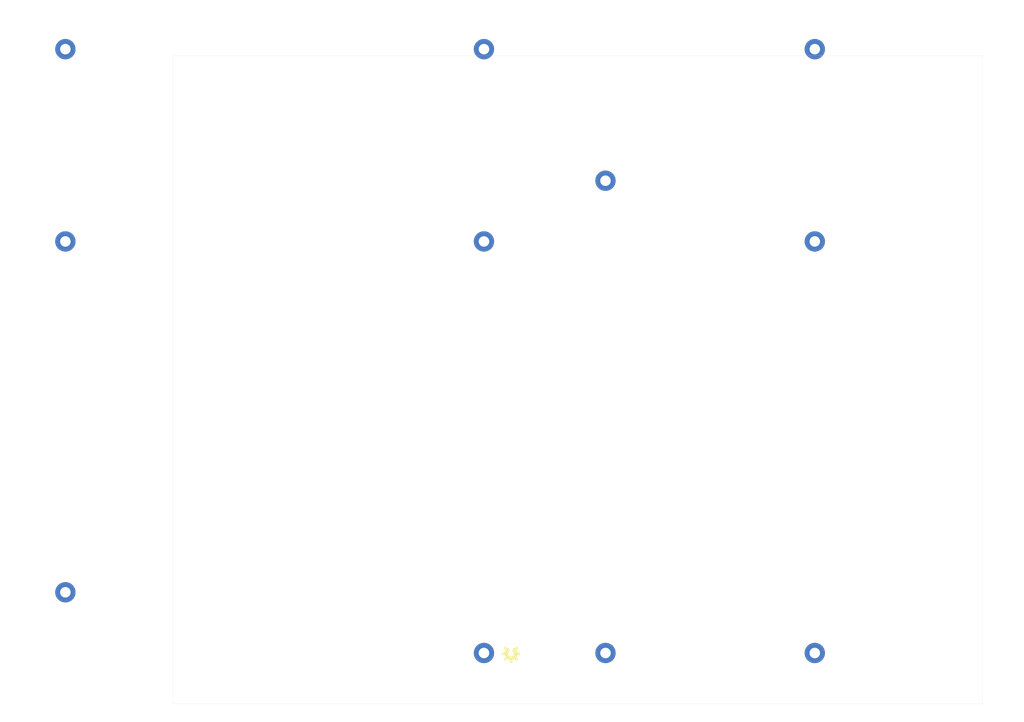
<source format=kicad_pcb>
(kicad_pcb (version 20240108) (generator "pcbnew") (generator_version "8.0")
  (layers (0 "F.Cu" signal) (1 "In1.Cu" signal) (2 "In2.Cu" signal) (31 "B.Cu" signal) (34 "B.Paste" user) (35 "F.Paste" user) (36 "B.SilkS" user "B.Silkscreen") (37 "F.SilkS" user "F.Silkscreen") (38 "B.Mask" user) (39 "F.Mask" user) (44 "Edge.Cuts" user))
  (net 0 "")
  (footprint "Aesthetics:OSHW-LOGO-L" (layer "F.Cu") (at 373.22 315.074 180)
    (property "Reference" "" (at 0 0 360) (layer "F.SilkS") (effects (font (size 1.524 1.524))))
    (property "Value" "" (at 0 0 360) (layer "F.SilkS") (effects (font (size 1.524 1.524))))
    (fp_poly (pts (xy 0.91948 2.2225) (xy 1.09982 2.13868) (xy 1.27508 2.03962) (xy 2.15392 2.7559) (xy 2.7559 2.15392) (xy 2.03962 1.27508) (xy 2.16662 1.0414) (xy 2.26822 0.79502) (xy 2.34442 0.54102) (xy 3.47218 0.42418) (xy 3.47218 -0.42418) (xy 2.34442 -0.54102) (xy 2.26822 -0.79502) (xy 2.16662 -1.0414) (xy 2.03962 -1.27508) (xy 2.7559 -2.15392) (xy 2.15392 -2.7559) (xy 1.27508 -2.03962) (xy 1.0414 -2.16662) (xy 0.79502 -2.26822) (xy 0.54102 -2.34442) (xy 0.42418 -3.47218) (xy -0.42418 -3.47218) (xy -0.54102 -2.34442) (xy -0.79502 -2.26822) (xy -1.0414 -2.16662) (xy -1.27508 -2.03962) (xy -2.15392 -2.7559) (xy -2.7559 -2.15392) (xy -2.03962 -1.27508) (xy -2.16662 -1.0414) (xy -2.26822 -0.79502) (xy -2.34442 -0.54102) (xy -3.47218 -0.42418) (xy -3.47218 0.42418) (xy -2.34442 0.54102) (xy -2.26822 0.79502) (xy -2.16662 1.0414) (xy -2.03962 1.27508) (xy -2.7559 2.15392) (xy -2.15392 2.7559) (xy -1.27508 2.03962) (xy -1.09982 2.13868) (xy -0.91948 2.2225) (xy -0.41656 1.00838) (xy -0.58166 0.92456) (xy -0.72644 0.81534) (xy -0.85344 0.68072) (xy -0.95504 0.52832) (xy -1.03124 0.36068) (xy -1.07696 0.18288) (xy -1.0922 0) (xy -1.07442 -0.2032) (xy -1.016 -0.39878) (xy -0.92456 -0.58166) (xy -0.79756 -0.74422) (xy -0.64516 -0.88138) (xy -0.46736 -0.98552) (xy -0.27686 -1.05664) (xy -0.07366 -1.08966) (xy 0.12954 -1.08458) (xy 0.3302 -1.0414) (xy 0.51816 -0.96012) (xy 0.68834 -0.84836) (xy 0.83566 -0.70358) (xy 0.9525 -0.53594) (xy 1.03632 -0.34798) (xy 1.08204 -0.14732) (xy 1.0922 0.05588) (xy 1.06172 0.25654) (xy 0.99314 0.45212) (xy 0.89154 0.62992) (xy 0.75946 0.78486) (xy 0.59944 0.9144) (xy 0.41656 1.00838)) (stroke (width 0.01)) (fill solid) (layer "F.SilkS"))
  )
  (gr_rect (start 245.97 90.02) (end 550.77 333.86) (stroke (width 0.05)) (fill none) (layer "Edge.Cuts"))
  (via (at 408.78 314.82) (size 7.62) (drill 3.9624) (layers "F.Cu" "B.Cu") (net 0))
  (via (at 487.52 314.82) (size 7.62) (drill 3.9624) (layers "F.Cu" "B.Cu") (net 0))
  (via (at 205.58 291.96) (size 7.62) (drill 3.9624) (layers "F.Cu" "B.Cu") (net 0))
  (via (at 205.58 159.88) (size 7.62) (drill 3.9624) (layers "F.Cu" "B.Cu") (net 0))
  (via (at 363.06 314.82) (size 7.62) (drill 3.9624) (layers "F.Cu" "B.Cu") (net 0))
  (via (at 363.06 87.49) (size 7.62) (drill 3.9624) (layers "F.Cu" "B.Cu") (net 0))
  (via (at 363.06 159.88) (size 7.62) (drill 3.9624) (layers "F.Cu" "B.Cu") (net 0))
  (via (at 487.52 87.49) (size 7.62) (drill 3.9624) (layers "F.Cu" "B.Cu") (net 0))
  (via (at 205.58 87.49) (size 7.62) (drill 3.9624) (layers "F.Cu" "B.Cu") (net 0))
  (via (at 408.78 137.02) (size 7.62) (drill 3.9624) (layers "F.Cu" "B.Cu") (net 0))
  (via (at 487.52 159.88) (size 7.62) (drill 3.9624) (layers "F.Cu" "B.Cu") (net 0))
)
</source>
